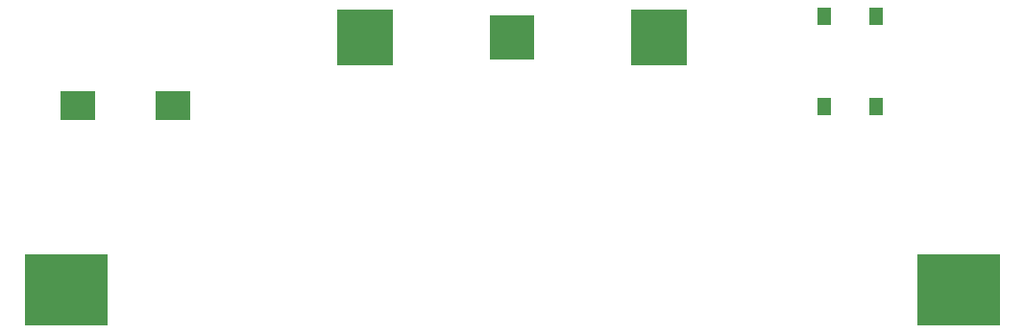
<source format=gbr>
%TF.GenerationSoftware,KiCad,Pcbnew,8.0.6*%
%TF.CreationDate,2024-12-15T00:33:14-05:00*%
%TF.ProjectId,VFDSAO,56464453-414f-42e6-9b69-6361645f7063,rev?*%
%TF.SameCoordinates,Original*%
%TF.FileFunction,Paste,Bot*%
%TF.FilePolarity,Positive*%
%FSLAX46Y46*%
G04 Gerber Fmt 4.6, Leading zero omitted, Abs format (unit mm)*
G04 Created by KiCad (PCBNEW 8.0.6) date 2024-12-15 00:33:14*
%MOMM*%
%LPD*%
G01*
G04 APERTURE LIST*
%ADD10R,3.050000X2.500000*%
%ADD11R,5.000000X5.000000*%
%ADD12R,4.000000X4.000000*%
%ADD13R,7.340000X6.350000*%
%ADD14R,1.300000X1.550000*%
G04 APERTURE END LIST*
D10*
%TO.C,BZ11*%
X70125000Y-73700000D03*
X61675000Y-73700000D03*
%TD*%
D11*
%TO.C,BTe11*%
X112950000Y-67709227D03*
X87050000Y-67709227D03*
D12*
X100000000Y-67709227D03*
%TD*%
D13*
%TO.C,BT11*%
X60670000Y-90000000D03*
X139330000Y-90000000D03*
%TD*%
D14*
%TO.C,SW11*%
X127525000Y-65850000D03*
X127525000Y-73800000D03*
X132025000Y-65850000D03*
X132025000Y-73800000D03*
%TD*%
M02*

</source>
